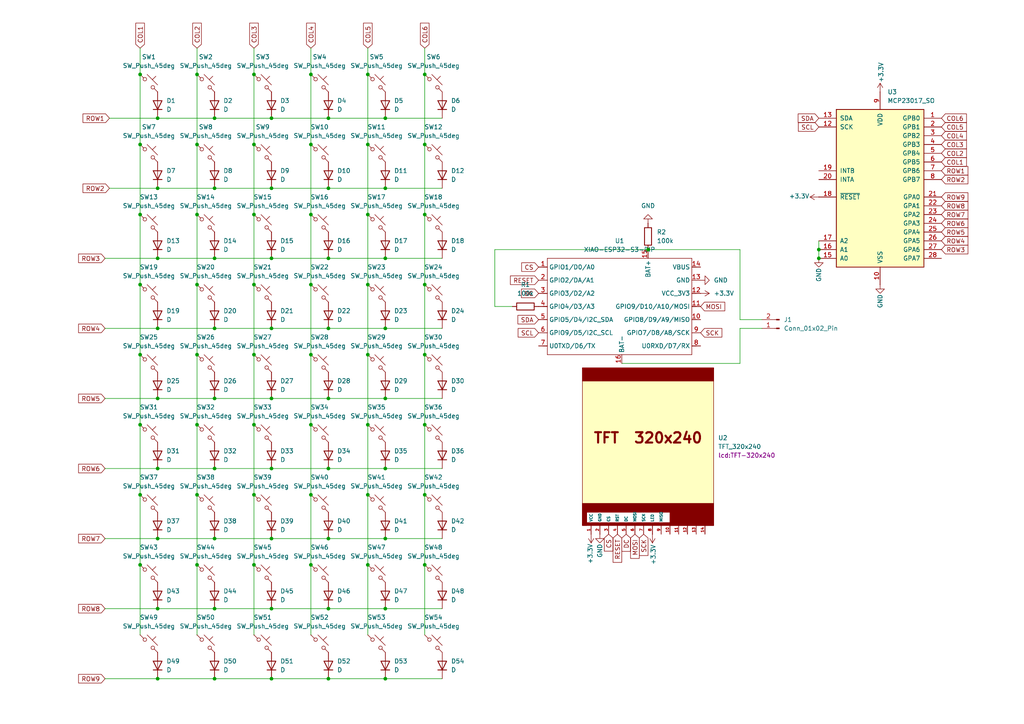
<source format=kicad_sch>
(kicad_sch (version 20241004) (generator "eeschema") (generator_version "8.99")
  (paper "A4")
  (lib_symbols
    (symbol "Connector:Conn_01x02_Pin" (pin_names (offset 1.016) (hide yes))
      (property "Reference" "J" (at 0 2.54 0))
      (property "Value" "Conn_01x02_Pin" (at 0 -5.08 0))
      (symbol "Conn_01x02_Pin_1_1"
        (pin passive line (at 5.08 0 180) (length 3.81) (name "Pin_1") (number "1"))
        (pin passive line (at 5.08 -2.54 180) (length 3.81) (name "Pin_2") (number "2"))
      )
    )
    (symbol "Device:D" (pin_numbers (hide yes)) (pin_names (offset 1.016) (hide yes))
      (property "Reference" "D" (at 0 2.54 0))
      (property "Value" "D" (at 0 -2.54 0))
      (symbol "D_1_1"
        (pin passive line (at -3.81 0 0) (length 2.54) (name "K") (number "1"))
        (pin passive line (at 3.81 0 180) (length 2.54) (name "A") (number "2"))
      )
    )
    (symbol "Device:R" (pin_numbers (hide yes)) (pin_names (offset 0))
      (property "Reference" "R" (at 2.032 0 90))
      (property "Value" "R" (at 0 0 90))
      (symbol "R_1_1"
        (pin passive line (at 0 3.81 270) (length 1.27) (name "~") (number "1"))
        (pin passive line (at 0 -3.81 90) (length 1.27) (name "~") (number "2"))
      )
    )
    (symbol "Interface_Expansion:MCP23017_SO" (pin_names (offset 1.016))
      (property "Reference" "U" (at -11.43 24.13 0))
      (property "Value" "MCP23017_SO" (at 0 0 0))
      (symbol "MCP23017_SO_1_1"
        (pin bidirectional line (at -17.78 20.32 0) (length 5.08) (name "SDA") (number "13"))
        (pin input line (at -17.78 17.78 0) (length 5.08) (name "SCK") (number "12"))
        (pin tri_state line (at -17.78 5.08 0) (length 5.08) (name "INTB") (number "19"))
        (pin tri_state line (at -17.78 2.54 0) (length 5.08) (name "INTA") (number "20"))
        (pin input line (at -17.78 -2.54 0) (length 5.08) (name "~{RESET}") (number "18"))
        (pin input line (at -17.78 -15.24 0) (length 5.08) (name "A2") (number "17"))
        (pin input line (at -17.78 -17.78 0) (length 5.08) (name "A1") (number "16"))
        (pin input line (at -17.78 -20.32 0) (length 5.08) (name "A0") (number "15"))
        (pin no_connect line (at -12.7 15.24 0) (length 5.08) (hide yes) (name "NC") (number "11"))
        (pin no_connect line (at -12.7 12.7 0) (length 5.08) (hide yes) (name "NC") (number "14"))
        (pin power_in line (at 0 27.94 270) (length 5.08) (name "VDD") (number "9"))
        (pin power_in line (at 0 -27.94 90) (length 5.08) (name "VSS") (number "10"))
        (pin bidirectional line (at 17.78 20.32 180) (length 5.08) (name "GPB0") (number "1"))
        (pin bidirectional line (at 17.78 17.78 180) (length 5.08) (name "GPB1") (number "2"))
        (pin bidirectional line (at 17.78 15.24 180) (length 5.08) (name "GPB2") (number "3"))
        (pin bidirectional line (at 17.78 12.7 180) (length 5.08) (name "GPB3") (number "4"))
        (pin bidirectional line (at 17.78 10.16 180) (length 5.08) (name "GPB4") (number "5"))
        (pin bidirectional line (at 17.78 7.62 180) (length 5.08) (name "GPB5") (number "6"))
        (pin bidirectional line (at 17.78 5.08 180) (length 5.08) (name "GPB6") (number "7"))
        (pin bidirectional line (at 17.78 2.54 180) (length 5.08) (name "GPB7") (number "8"))
        (pin bidirectional line (at 17.78 -2.54 180) (length 5.08) (name "GPA0") (number "21"))
        (pin bidirectional line (at 17.78 -5.08 180) (length 5.08) (name "GPA1") (number "22"))
        (pin bidirectional line (at 17.78 -7.62 180) (length 5.08) (name "GPA2") (number "23"))
        (pin bidirectional line (at 17.78 -10.16 180) (length 5.08) (name "GPA3") (number "24"))
        (pin bidirectional line (at 17.78 -12.7 180) (length 5.08) (name "GPA4") (number "25"))
        (pin bidirectional line (at 17.78 -15.24 180) (length 5.08) (name "GPA5") (number "26"))
        (pin bidirectional line (at 17.78 -17.78 180) (length 5.08) (name "GPA6") (number "27"))
        (pin bidirectional line (at 17.78 -20.32 180) (length 5.08) (name "GPA7") (number "28"))
      )
    )
    (symbol "Seeed_Studio_XIAO_Series (2):XIAO-ESP32-S3-DIP"
      (property "Reference" "U" (at 1.27 0.508 0))
      (property "Value" "XIAO-ESP32-S3-DIP" (at 9.652 -1.778 0))
      (symbol "XIAO-ESP32-S3-DIP_1_0"
        (pin passive line (at -2.54 -5.08 0) (length 2.54) (name "GPIO1/D0/A0") (number "1"))
        (pin passive line (at -2.54 -8.89 0) (length 2.54) (name "GPIO2/DA/A1") (number "2"))
        (pin passive line (at -2.54 -12.7 0) (length 2.54) (name "GPIO3/D2/A2") (number "3"))
        (pin passive line (at -2.54 -16.51 0) (length 2.54) (name "GPIO4/D3/A3") (number "4"))
        (pin passive line (at -2.54 -20.32 0) (length 2.54) (name "GPIO5/D4/I2C_SDA") (number "5"))
        (pin passive line (at -2.54 -24.13 0) (length 2.54) (name "GPIO9/D5/I2C_SCL") (number "6"))
        (pin passive line (at -2.54 -27.94 0) (length 2.54) (name "U0TXD/D6/TX") (number "7"))
        (pin passive line (at 44.45 -5.08 180) (length 2.54) (name "VBUS") (number "14"))
        (pin passive line (at 44.45 -8.89 180) (length 2.54) (name "GND") (number "13"))
        (pin passive line (at 44.45 -12.7 180) (length 2.54) (name "VCC_3V3") (number "12"))
        (pin passive line (at 44.45 -16.51 180) (length 2.54) (name "GPIO9/D10/A10/MOSI") (number "11"))
        (pin passive line (at 44.45 -20.32 180) (length 2.54) (name "GPIO8/D9/A9/MISO") (number "10"))
        (pin passive line (at 44.45 -24.13 180) (length 2.54) (name "GPIO7/D8/A8/SCK") (number "9"))
        (pin passive line (at 44.45 -27.94 180) (length 2.54) (name "U0RXD/D7/RX") (number "8"))
      )
      (symbol "XIAO-ESP32-S3-DIP_1_1"
        (pin input line (at 21.59 -33.02 90) (length 2.54) (name "BAT-") (number "16"))
        (pin input line (at 29.21 0 270) (length 2.54) (name "BAT+") (number "15"))
      )
    )
    (symbol "Switch:SW_Push_45deg" (pin_numbers (hide yes)) (pin_names (offset 1.016) (hide yes))
      (property "Reference" "SW" (at 3.048 1.016 0))
      (property "Value" "SW_Push_45deg" (at 0 -3.81 0))
      (symbol "SW_Push_45deg_0_1"
        (pin passive line (at -2.54 2.54 0) (length 0) (name "1") (number "1"))
        (pin passive line (at 2.54 -2.54 180) (length 0) (name "2") (number "2"))
      )
    )
    (symbol "power:+3.3V" (power) (pin_numbers (hide yes)) (pin_names (offset 0) (hide yes))
      (property "Value" "+3.3V" (at 0 3.556 0))
      (symbol "+3.3V_1_1"
        (pin power_in line (at 0 0 90) (length 0) (name "~") (number "1"))
      )
    )
    (symbol "power:GND" (power) (pin_numbers (hide yes)) (pin_names (offset 0) (hide yes))
      (property "Value" "GND" (at 0 -3.81 0))
      (symbol "GND_1_1"
        (pin power_in line (at 0 0 270) (length 0) (name "~") (number "1"))
      )
    )
    (symbol "tft_320x240:TFT_320x240" (pin_names (offset 1.016))
      (property "Reference" "U?" (at 20.32 25.4001 0))
      (property "Value" "TFT_320x240" (at 20.32 22.8601 0))
      (property "Footprint" "z_Devices:TFT-320x240" (at 20.32 20.3201 0))
      (symbol "TFT_320x240_0_0"
        (text "TFT  320x240" (at 0 25.4 0) (effects (font (size 2.9972 2.9972) (bold yes))))
      )
      (symbol "TFT_320x240_1_1"
        (pin power_in line (at -16.51 -2.54 90) (length 2.54) (name "VCC") (number "1"))
        (pin bidirectional line (at -13.97 -2.54 90) (length 2.54) (name "GND") (number "2"))
        (pin bidirectional line (at -11.43 -2.54 90) (length 2.54) (name "CS") (number "3"))
        (pin bidirectional line (at -8.89 -2.54 90) (length 2.54) (name "RST") (number "4"))
        (pin bidirectional line (at -6.35 -2.54 90) (length 2.54) (name "DC") (number "5"))
        (pin bidirectional line (at -3.81 -2.54 90) (length 2.54) (name "MOSI") (number "6"))
        (pin bidirectional line (at -1.27 -2.54 90) (length 2.54) (name "SCK") (number "7"))
        (pin power_in line (at 1.27 -2.54 90) (length 2.54) (name "LED") (number "8"))
        (pin bidirectional line (at 3.81 -2.54 90) (length 2.54) (name "MISO") (number "9"))
        (pin bidirectional line (at 6.35 -2.54 90) (length 2.54) (name "~") (number "10"))
        (pin bidirectional line (at 8.89 -2.54 90) (length 2.54) (name "~") (number "11"))
        (pin bidirectional line (at 11.43 -2.54 90) (length 2.54) (name "~") (number "12"))
        (pin bidirectional line (at 13.97 -2.54 90) (length 2.54) (name "~") (number "13"))
        (pin bidirectional line (at 16.51 -2.54 90) (length 2.54) (name "~") (number "14"))
      )
    )
  )
  (junction (at 90.17 82.55))
  (junction (at 106.68 123.19))
  (junction (at 45.72 156.21))
  (junction (at 62.23 74.93))
  (junction (at 106.68 143.51))
  (junction (at 62.23 176.53))
  (junction (at 237.49 74.93))
  (junction (at 95.25 176.53))
  (junction (at 78.74 95.25))
  (junction (at 62.23 196.85))
  (junction (at 57.15 21.59))
  (junction (at 95.25 156.21))
  (junction (at 111.76 156.21))
  (junction (at 123.19 82.55))
  (junction (at 45.72 196.85))
  (junction (at 78.74 135.89))
  (junction (at 73.66 62.23))
  (junction (at 78.74 115.57))
  (junction (at 45.72 54.61))
  (junction (at 57.15 41.91))
  (junction (at 62.23 156.21))
  (junction (at 111.76 176.53))
  (junction (at 62.23 135.89))
  (junction (at 95.25 54.61))
  (junction (at 45.72 95.25))
  (junction (at 45.72 135.89))
  (junction (at 45.72 34.29))
  (junction (at 111.76 95.25))
  (junction (at 95.25 95.25))
  (junction (at 40.64 62.23))
  (junction (at 90.17 62.23))
  (junction (at 111.76 115.57))
  (junction (at 78.74 176.53))
  (junction (at 57.15 163.83))
  (junction (at 90.17 21.59))
  (junction (at 106.68 163.83))
  (junction (at 45.72 176.53))
  (junction (at 73.66 163.83))
  (junction (at 106.68 102.87))
  (junction (at 40.64 102.87))
  (junction (at 95.25 74.93))
  (junction (at 123.19 102.87))
  (junction (at 62.23 34.29))
  (junction (at 78.74 54.61))
  (junction (at 78.74 34.29))
  (junction (at 111.76 34.29))
  (junction (at 106.68 21.59))
  (junction (at 45.72 115.57))
  (junction (at 78.74 196.85))
  (junction (at 95.25 115.57))
  (junction (at 57.15 62.23))
  (junction (at 90.17 143.51))
  (junction (at 90.17 102.87))
  (junction (at 106.68 82.55))
  (junction (at 57.15 82.55))
  (junction (at 106.68 62.23))
  (junction (at 73.66 143.51))
  (junction (at 123.19 163.83))
  (junction (at 123.19 62.23))
  (junction (at 123.19 123.19))
  (junction (at 40.64 41.91))
  (junction (at 40.64 21.59))
  (junction (at 62.23 95.25))
  (junction (at 62.23 54.61))
  (junction (at 45.72 74.93))
  (junction (at 40.64 82.55))
  (junction (at 73.66 102.87))
  (junction (at 40.64 163.83))
  (junction (at 106.68 41.91))
  (junction (at 73.66 21.59))
  (junction (at 73.66 41.91))
  (junction (at 123.19 143.51))
  (junction (at 90.17 123.19))
  (junction (at 90.17 41.91))
  (junction (at 57.15 143.51))
  (junction (at 95.25 135.89))
  (junction (at 123.19 21.59))
  (junction (at 187.96 72.39))
  (junction (at 95.25 196.85))
  (junction (at 73.66 123.19))
  (junction (at 40.64 143.51))
  (junction (at 57.15 102.87))
  (junction (at 78.74 156.21))
  (junction (at 57.15 123.19))
  (junction (at 73.66 82.55))
  (junction (at 111.76 54.61))
  (junction (at 40.64 123.19))
  (junction (at 123.19 41.91))
  (junction (at 95.25 34.29))
  (junction (at 78.74 74.93))
  (junction (at 111.76 196.85))
  (junction (at 237.49 72.39))
  (junction (at 111.76 135.89))
  (junction (at 62.23 115.57))
  (junction (at 111.76 74.93))
  (junction (at 90.17 163.83))
  (wire (pts (xy 123.19 41.91) (xy 123.19 62.23)))
  (wire (pts (xy 237.49 72.39) (xy 237.49 74.93)))
  (wire (pts (xy 78.74 176.53) (xy 95.25 176.53)))
  (wire (pts (xy 30.48 74.93) (xy 45.72 74.93)))
  (wire (pts (xy 106.68 41.91) (xy 106.68 62.23)))
  (wire (pts (xy 106.68 21.59) (xy 106.68 41.91)))
  (wire (pts (xy 111.76 196.85) (xy 128.27 196.85)))
  (wire (pts (xy 73.66 21.59) (xy 73.66 41.91)))
  (wire (pts (xy 123.19 21.59) (xy 123.19 41.91)))
  (wire (pts (xy 62.23 135.89) (xy 78.74 135.89)))
  (wire (pts (xy 40.64 82.55) (xy 40.64 102.87)))
  (wire (pts (xy 73.66 62.23) (xy 73.66 82.55)))
  (wire (pts (xy 78.74 95.25) (xy 95.25 95.25)))
  (wire (pts (xy 40.64 102.87) (xy 40.64 123.19)))
  (wire (pts (xy 214.63 92.71) (xy 214.63 72.39)))
  (wire (pts (xy 73.66 82.55) (xy 73.66 102.87)))
  (wire (pts (xy 45.72 196.85) (xy 62.23 196.85)))
  (wire (pts (xy 62.23 95.25) (xy 78.74 95.25)))
  (wire (pts (xy 31.75 54.61) (xy 45.72 54.61)))
  (wire (pts (xy 90.17 13.97) (xy 90.17 21.59)))
  (wire (pts (xy 111.76 74.93) (xy 128.27 74.93)))
  (wire (pts (xy 73.66 163.83) (xy 73.66 184.15)))
  (wire (pts (xy 62.23 34.29) (xy 78.74 34.29)))
  (wire (pts (xy 30.48 115.57) (xy 45.72 115.57)))
  (wire (pts (xy 220.98 92.71) (xy 214.63 92.71)))
  (wire (pts (xy 111.76 54.61) (xy 128.27 54.61)))
  (wire (pts (xy 106.68 163.83) (xy 106.68 184.15)))
  (wire (pts (xy 111.76 95.25) (xy 128.27 95.25)))
  (wire (pts (xy 90.17 62.23) (xy 90.17 41.91)))
  (wire (pts (xy 123.19 163.83) (xy 123.19 184.15)))
  (wire (pts (xy 45.72 176.53) (xy 62.23 176.53)))
  (wire (pts (xy 90.17 102.87) (xy 90.17 82.55)))
  (wire (pts (xy 62.23 156.21) (xy 78.74 156.21)))
  (wire (pts (xy 30.48 156.21) (xy 45.72 156.21)))
  (wire (pts (xy 57.15 62.23) (xy 57.15 82.55)))
  (wire (pts (xy 148.59 88.9) (xy 143.51 88.9)))
  (wire (pts (xy 57.15 123.19) (xy 57.15 143.51)))
  (wire (pts (xy 95.25 115.57) (xy 111.76 115.57)))
  (wire (pts (xy 78.74 156.21) (xy 95.25 156.21)))
  (wire (pts (xy 78.74 196.85) (xy 95.25 196.85)))
  (wire (pts (xy 57.15 21.59) (xy 57.15 41.91)))
  (wire (pts (xy 78.74 115.57) (xy 95.25 115.57)))
  (wire (pts (xy 45.72 34.29) (xy 62.23 34.29)))
  (wire (pts (xy 40.64 143.51) (xy 40.64 163.83)))
  (wire (pts (xy 78.74 74.93) (xy 95.25 74.93)))
  (wire (pts (xy 95.25 95.25) (xy 111.76 95.25)))
  (wire (pts (xy 45.72 54.61) (xy 62.23 54.61)))
  (wire (pts (xy 40.64 21.59) (xy 40.64 13.97)))
  (wire (pts (xy 90.17 184.15) (xy 90.17 163.83)))
  (wire (pts (xy 73.66 41.91) (xy 73.66 62.23)))
  (wire (pts (xy 30.48 176.53) (xy 45.72 176.53)))
  (wire (pts (xy 106.68 123.19) (xy 106.68 143.51)))
  (wire (pts (xy 111.76 34.29) (xy 128.27 34.29)))
  (wire (pts (xy 45.72 95.25) (xy 62.23 95.25)))
  (wire (pts (xy 123.19 13.97) (xy 123.19 21.59)))
  (wire (pts (xy 214.63 95.25) (xy 220.98 95.25)))
  (wire (pts (xy 78.74 135.89) (xy 95.25 135.89)))
  (wire (pts (xy 143.51 88.9) (xy 143.51 72.39)))
  (wire (pts (xy 90.17 163.83) (xy 90.17 143.51)))
  (wire (pts (xy 214.63 105.41) (xy 214.63 95.25)))
  (wire (pts (xy 62.23 54.61) (xy 78.74 54.61)))
  (wire (pts (xy 90.17 41.91) (xy 90.17 21.59)))
  (wire (pts (xy 40.64 62.23) (xy 40.64 82.55)))
  (wire (pts (xy 95.25 54.61) (xy 111.76 54.61)))
  (wire (pts (xy 123.19 123.19) (xy 123.19 143.51)))
  (wire (pts (xy 45.72 156.21) (xy 62.23 156.21)))
  (wire (pts (xy 45.72 115.57) (xy 62.23 115.57)))
  (wire (pts (xy 95.25 135.89) (xy 111.76 135.89)))
  (wire (pts (xy 95.25 176.53) (xy 111.76 176.53)))
  (wire (pts (xy 111.76 115.57) (xy 128.27 115.57)))
  (wire (pts (xy 106.68 13.97) (xy 106.68 21.59)))
  (wire (pts (xy 45.72 74.93) (xy 62.23 74.93)))
  (wire (pts (xy 73.66 13.97) (xy 73.66 21.59)))
  (wire (pts (xy 123.19 102.87) (xy 123.19 123.19)))
  (wire (pts (xy 57.15 41.91) (xy 57.15 62.23)))
  (wire (pts (xy 180.34 105.41) (xy 214.63 105.41)))
  (wire (pts (xy 40.64 21.59) (xy 40.64 41.91)))
  (wire (pts (xy 123.19 82.55) (xy 123.19 102.87)))
  (wire (pts (xy 90.17 123.19) (xy 90.17 102.87)))
  (wire (pts (xy 78.74 34.29) (xy 95.25 34.29)))
  (wire (pts (xy 106.68 62.23) (xy 106.68 82.55)))
  (wire (pts (xy 40.64 41.91) (xy 40.64 62.23)))
  (wire (pts (xy 123.19 62.23) (xy 123.19 82.55)))
  (wire (pts (xy 57.15 21.59) (xy 57.15 13.97)))
  (wire (pts (xy 95.25 74.93) (xy 111.76 74.93)))
  (wire (pts (xy 90.17 82.55) (xy 90.17 62.23)))
  (wire (pts (xy 40.64 163.83) (xy 40.64 184.15)))
  (wire (pts (xy 111.76 156.21) (xy 128.27 156.21)))
  (wire (pts (xy 90.17 143.51) (xy 90.17 123.19)))
  (wire (pts (xy 30.48 95.25) (xy 45.72 95.25)))
  (wire (pts (xy 31.75 34.29) (xy 45.72 34.29)))
  (wire (pts (xy 214.63 72.39) (xy 187.96 72.39)))
  (wire (pts (xy 57.15 102.87) (xy 57.15 123.19)))
  (wire (pts (xy 57.15 143.51) (xy 57.15 163.83)))
  (wire (pts (xy 62.23 196.85) (xy 78.74 196.85)))
  (wire (pts (xy 95.25 34.29) (xy 111.76 34.29)))
  (wire (pts (xy 30.48 135.89) (xy 45.72 135.89)))
  (wire (pts (xy 62.23 74.93) (xy 78.74 74.93)))
  (wire (pts (xy 62.23 176.53) (xy 78.74 176.53)))
  (wire (pts (xy 143.51 72.39) (xy 187.96 72.39)))
  (wire (pts (xy 237.49 69.85) (xy 237.49 72.39)))
  (wire (pts (xy 106.68 102.87) (xy 106.68 123.19)))
  (wire (pts (xy 95.25 156.21) (xy 111.76 156.21)))
  (wire (pts (xy 62.23 115.57) (xy 78.74 115.57)))
  (wire (pts (xy 111.76 176.53) (xy 128.27 176.53)))
  (wire (pts (xy 106.68 82.55) (xy 106.68 102.87)))
  (wire (pts (xy 111.76 135.89) (xy 128.27 135.89)))
  (wire (pts (xy 30.48 196.85) (xy 45.72 196.85)))
  (wire (pts (xy 73.66 123.19) (xy 73.66 143.51)))
  (wire (pts (xy 73.66 102.87) (xy 73.66 123.19)))
  (wire (pts (xy 57.15 82.55) (xy 57.15 102.87)))
  (wire (pts (xy 78.74 54.61) (xy 95.25 54.61)))
  (wire (pts (xy 40.64 123.19) (xy 40.64 143.51)))
  (wire (pts (xy 95.25 196.85) (xy 111.76 196.85)))
  (wire (pts (xy 45.72 135.89) (xy 62.23 135.89)))
  (wire (pts (xy 73.66 143.51) (xy 73.66 163.83)))
  (wire (pts (xy 57.15 163.83) (xy 57.15 184.15)))
  (wire (pts (xy 123.19 143.51) (xy 123.19 163.83)))
  (wire (pts (xy 106.68 143.51) (xy 106.68 163.83)))
  (global_label "COL5" (shape input) (at 273.05 36.83 0) (property "Intersheetrefs" "${INTERSHEET_REFS}" (effects (hide yes))))
  (global_label "MOSI" (shape input) (at 203.2 88.9 0) (property "Intersheetrefs" "${INTERSHEET_REFS}" (effects (hide yes))))
  (global_label "ROW8" (shape input) (at 273.05 59.69 0) (property "Intersheetrefs" "${INTERSHEET_REFS}" (effects (hide yes))))
  (global_label "COL2" (shape input) (at 273.05 44.45 0) (property "Intersheetrefs" "${INTERSHEET_REFS}" (effects (hide yes))))
  (global_label "ROW5" (shape input) (at 30.48 115.57 180) (property "Intersheetrefs" "${INTERSHEET_REFS}" (effects (hide yes))))
  (global_label "SCK" (shape input) (at 186.69 154.94 270) (property "Intersheetrefs" "${INTERSHEET_REFS}" (effects (hide yes))))
  (global_label "CS" (shape input) (at 176.53 154.94 270) (property "Intersheetrefs" "${INTERSHEET_REFS}" (effects (hide yes))))
  (global_label "ROW5" (shape input) (at 273.05 67.31 0) (property "Intersheetrefs" "${INTERSHEET_REFS}" (effects (hide yes))))
  (global_label "COL1" (shape input) (at 40.64 13.97 90) (property "Intersheetrefs" "${INTERSHEET_REFS}" (effects (hide yes))))
  (global_label "DC" (shape input) (at 156.21 85.09 180) (property "Intersheetrefs" "${INTERSHEET_REFS}" (effects (hide yes))))
  (global_label "ROW1" (shape input) (at 31.75 34.29 180) (property "Intersheetrefs" "${INTERSHEET_REFS}" (effects (hide yes))))
  (global_label "SCK" (shape input) (at 203.2 96.52 0) (property "Intersheetrefs" "${INTERSHEET_REFS}" (effects (hide yes))))
  (global_label "SCL" (shape input) (at 237.49 36.83 180) (property "Intersheetrefs" "${INTERSHEET_REFS}" (effects (hide yes))))
  (global_label "ROW2" (shape input) (at 273.05 52.07 0) (property "Intersheetrefs" "${INTERSHEET_REFS}" (effects (hide yes))))
  (global_label "ROW3" (shape input) (at 273.05 72.39 0) (property "Intersheetrefs" "${INTERSHEET_REFS}" (effects (hide yes))))
  (global_label "ROW3" (shape input) (at 30.48 74.93 180) (property "Intersheetrefs" "${INTERSHEET_REFS}" (effects (hide yes))))
  (global_label "ROW6" (shape input) (at 273.05 64.77 0) (property "Intersheetrefs" "${INTERSHEET_REFS}" (effects (hide yes))))
  (global_label "ROW4" (shape input) (at 273.05 69.85 0) (property "Intersheetrefs" "${INTERSHEET_REFS}" (effects (hide yes))))
  (global_label "COL3" (shape input) (at 73.66 13.97 90) (property "Intersheetrefs" "${INTERSHEET_REFS}" (effects (hide yes))))
  (global_label "COL1" (shape input) (at 273.05 46.99 0) (property "Intersheetrefs" "${INTERSHEET_REFS}" (effects (hide yes))))
  (global_label "SDA" (shape input) (at 237.49 34.29 180) (property "Intersheetrefs" "${INTERSHEET_REFS}" (effects (hide yes))))
  (global_label "ROW4" (shape input) (at 30.48 95.25 180) (property "Intersheetrefs" "${INTERSHEET_REFS}" (effects (hide yes))))
  (global_label "ROW7" (shape input) (at 273.05 62.23 0) (property "Intersheetrefs" "${INTERSHEET_REFS}" (effects (hide yes))))
  (global_label "COL2" (shape input) (at 57.15 13.97 90) (property "Intersheetrefs" "${INTERSHEET_REFS}" (effects (hide yes))))
  (global_label "COL4" (shape input) (at 90.17 13.97 90) (property "Intersheetrefs" "${INTERSHEET_REFS}" (effects (hide yes))))
  (global_label "COL5" (shape input) (at 106.68 13.97 90) (property "Intersheetrefs" "${INTERSHEET_REFS}" (effects (hide yes))))
  (global_label "RESET" (shape input) (at 156.21 81.28 180) (property "Intersheetrefs" "${INTERSHEET_REFS}" (effects (hide yes))))
  (global_label "CS" (shape input) (at 156.21 77.47 180) (property "Intersheetrefs" "${INTERSHEET_REFS}" (effects (hide yes))))
  (global_label "COL4" (shape input) (at 273.05 39.37 0) (property "Intersheetrefs" "${INTERSHEET_REFS}" (effects (hide yes))))
  (global_label "DC" (shape input) (at 181.61 154.94 270) (property "Intersheetrefs" "${INTERSHEET_REFS}" (effects (hide yes))))
  (global_label "SCL" (shape input) (at 156.21 96.52 180) (property "Intersheetrefs" "${INTERSHEET_REFS}" (effects (hide yes))))
  (global_label "ROW1" (shape input) (at 273.05 49.53 0) (property "Intersheetrefs" "${INTERSHEET_REFS}" (effects (hide yes))))
  (global_label "ROW2" (shape input) (at 31.75 54.61 180) (property "Intersheetrefs" "${INTERSHEET_REFS}" (effects (hide yes))))
  (global_label "SDA" (shape input) (at 156.21 92.71 180) (property "Intersheetrefs" "${INTERSHEET_REFS}" (effects (hide yes))))
  (global_label "ROW8" (shape input) (at 30.48 176.53 180) (property "Intersheetrefs" "${INTERSHEET_REFS}" (effects (hide yes))))
  (global_label "ROW6" (shape input) (at 30.48 135.89 180) (property "Intersheetrefs" "${INTERSHEET_REFS}" (effects (hide yes))))
  (global_label "ROW7" (shape input) (at 30.48 156.21 180) (property "Intersheetrefs" "${INTERSHEET_REFS}" (effects (hide yes))))
  (global_label "MOSI" (shape input) (at 184.15 154.94 270) (property "Intersheetrefs" "${INTERSHEET_REFS}" (effects (hide yes))))
  (global_label "ROW9" (shape input) (at 273.05 57.15 0) (property "Intersheetrefs" "${INTERSHEET_REFS}" (effects (hide yes))))
  (global_label "RESET" (shape input) (at 179.07 154.94 270) (property "Intersheetrefs" "${INTERSHEET_REFS}" (effects (hide yes))))
  (global_label "ROW9" (shape input) (at 30.48 196.85 180) (property "Intersheetrefs" "${INTERSHEET_REFS}" (effects (hide yes))))
  (global_label "COL6" (shape input) (at 273.05 34.29 0) (property "Intersheetrefs" "${INTERSHEET_REFS}" (effects (hide yes))))
  (global_label "COL6" (shape input) (at 123.19 13.97 90) (property "Intersheetrefs" "${INTERSHEET_REFS}" (effects (hide yes))))
  (global_label "COL3" (shape input) (at 273.05 41.91 0) (property "Intersheetrefs" "${INTERSHEET_REFS}" (effects (hide yes))))
  (symbol (lib_id "Device:D") (at 62.23 91.44 90) (unit 1)
    (property "Reference" "D20" (at 64.77 90.1699 90) (effects (justify right)))
    (property "Value" "D" (at 64.77 92.7099 90) (effects (justify right)))
    (property "Footprint" "Diode_SMD:D_SOD-123" (effects (hide yes)))
    (property "Description" "Diode" (effects (hide yes)))
    (property "Sim.Device" "D" (effects (hide yes)))
    (property "Sim.Pins" "1=K 2=A" (effects (hide yes)))
  )
  (symbol (lib_id "Device:D") (at 95.25 132.08 90) (unit 1)
    (property "Reference" "D34" (at 97.79 130.8099 90) (effects (justify right)))
    (property "Value" "D" (at 97.79 133.3499 90) (effects (justify right)))
    (property "Footprint" "Diode_SMD:D_SOD-123" (effects (hide yes)))
    (property "Description" "Diode" (effects (hide yes)))
    (property "Sim.Device" "D" (effects (hide yes)))
    (property "Sim.Pins" "1=K 2=A" (effects (hide yes)))
  )
  (symbol (lib_id "Device:D") (at 78.74 71.12 90) (unit 1)
    (property "Reference" "D15" (at 81.28 69.8499 90) (effects (justify right)))
    (property "Value" "D" (at 81.28 72.3899 90) (effects (justify right)))
    (property "Footprint" "Diode_SMD:D_SOD-123" (effects (hide yes)))
    (property "Description" "Diode" (effects (hide yes)))
    (property "Sim.Device" "D" (effects (hide yes)))
    (property "Sim.Pins" "1=K 2=A" (effects (hide yes)))
  )
  (symbol (lib_id "Device:D") (at 95.25 172.72 90) (unit 1)
    (property "Reference" "D46" (at 97.79 171.4499 90) (effects (justify right)))
    (property "Value" "D" (at 97.79 173.9899 90) (effects (justify right)))
    (property "Footprint" "Diode_SMD:D_SOD-123" (effects (hide yes)))
    (property "Description" "Diode" (effects (hide yes)))
    (property "Sim.Device" "D" (effects (hide yes)))
    (property "Sim.Pins" "1=K 2=A" (effects (hide yes)))
  )
  (symbol (lib_id "Switch:SW_Push_45deg") (at 92.71 64.77 0) (unit 1)
    (property "Reference" "SW16" (at 92.71 57.15 0))
    (property "Value" "SW_Push_45deg" (at 92.71 59.69 0))
    (property "Footprint" "switchs:2pinsilent" (effects (hide yes)))
    (property "Description" "Push button switch, normally open, two pins, 45° tilted" (effects (hide yes)))
  )
  (symbol (lib_id "power:+3.3V") (at 255.27 26.67 0) (unit 1)
    (property "Reference" "#PWR06" (effects (hide yes)))
    (property "Value" "+3.3V" (at 255.524 18.034 90) (effects (justify right)))
    (property "Description" "Power symbol creates a global label with name \"+3.3V\"" (effects (hide yes)))
  )
  (symbol (lib_id "Device:D") (at 111.76 111.76 90) (unit 1)
    (property "Reference" "D29" (at 114.3 110.4899 90) (effects (justify right)))
    (property "Value" "D" (at 114.3 113.0299 90) (effects (justify right)))
    (property "Footprint" "Diode_SMD:D_SOD-123" (effects (hide yes)))
    (property "Description" "Diode" (effects (hide yes)))
    (property "Sim.Device" "D" (effects (hide yes)))
    (property "Sim.Pins" "1=K 2=A" (effects (hide yes)))
  )
  (symbol (lib_id "Switch:SW_Push_45deg") (at 43.18 146.05 0) (unit 1)
    (property "Reference" "SW37" (at 43.18 138.43 0))
    (property "Value" "SW_Push_45deg" (at 43.18 140.97 0))
    (property "Footprint" "switchs:2pinsilent" (effects (hide yes)))
    (property "Description" "Push button switch, normally open, two pins, 45° tilted" (effects (hide yes)))
  )
  (symbol (lib_id "Device:D") (at 45.72 132.08 90) (unit 1)
    (property "Reference" "D31" (at 48.26 130.8099 90) (effects (justify right)))
    (property "Value" "D" (at 48.26 133.3499 90) (effects (justify right)))
    (property "Footprint" "Diode_SMD:D_SOD-123" (effects (hide yes)))
    (property "Description" "Diode" (effects (hide yes)))
    (property "Sim.Device" "D" (effects (hide yes)))
    (property "Sim.Pins" "1=K 2=A" (effects (hide yes)))
  )
  (symbol (lib_id "Device:D") (at 78.74 111.76 90) (unit 1)
    (property "Reference" "D27" (at 81.28 110.4899 90) (effects (justify right)))
    (property "Value" "D" (at 81.28 113.0299 90) (effects (justify right)))
    (property "Footprint" "Diode_SMD:D_SOD-123" (effects (hide yes)))
    (property "Description" "Diode" (effects (hide yes)))
    (property "Sim.Device" "D" (effects (hide yes)))
    (property "Sim.Pins" "1=K 2=A" (effects (hide yes)))
  )
  (symbol (lib_id "Device:D") (at 95.25 91.44 90) (unit 1)
    (property "Reference" "D22" (at 97.79 90.1699 90) (effects (justify right)))
    (property "Value" "D" (at 97.79 92.7099 90) (effects (justify right)))
    (property "Footprint" "Diode_SMD:D_SOD-123" (effects (hide yes)))
    (property "Description" "Diode" (effects (hide yes)))
    (property "Sim.Device" "D" (effects (hide yes)))
    (property "Sim.Pins" "1=K 2=A" (effects (hide yes)))
  )
  (symbol (lib_id "Switch:SW_Push_45deg") (at 76.2 186.69 0) (unit 1)
    (property "Reference" "SW51" (at 76.2 179.07 0))
    (property "Value" "SW_Push_45deg" (at 76.2 181.61 0))
    (property "Footprint" "switchs:2pinsilent" (effects (hide yes)))
    (property "Description" "Push button switch, normally open, two pins, 45° tilted" (effects (hide yes)))
  )
  (symbol (lib_id "Switch:SW_Push_45deg") (at 59.69 105.41 0) (unit 1)
    (property "Reference" "SW26" (at 59.69 97.79 0))
    (property "Value" "SW_Push_45deg" (at 59.69 100.33 0))
    (property "Footprint" "switchs:2pinsilent" (effects (hide yes)))
    (property "Description" "Push button switch, normally open, two pins, 45° tilted" (effects (hide yes)))
  )
  (symbol (lib_id "Switch:SW_Push_45deg") (at 125.73 125.73 0) (unit 1)
    (property "Reference" "SW36" (at 125.73 118.11 0))
    (property "Value" "SW_Push_45deg" (at 125.73 120.65 0))
    (property "Footprint" "switchs:2pinsilent" (effects (hide yes)))
    (property "Description" "Push button switch, normally open, two pins, 45° tilted" (effects (hide yes)))
  )
  (symbol (lib_id "Switch:SW_Push_45deg") (at 59.69 24.13 0) (unit 1)
    (property "Reference" "SW2" (at 59.69 16.51 0))
    (property "Value" "SW_Push_45deg" (at 59.69 19.05 0))
    (property "Footprint" "switchs:2pinsilent" (effects (hide yes)))
    (property "Description" "Push button switch, normally open, two pins, 45° tilted" (effects (hide yes)))
  )
  (symbol (lib_id "Device:D") (at 78.74 172.72 90) (unit 1)
    (property "Reference" "D45" (at 81.28 171.4499 90) (effects (justify right)))
    (property "Value" "D" (at 81.28 173.9899 90) (effects (justify right)))
    (property "Footprint" "Diode_SMD:D_SOD-123" (effects (hide yes)))
    (property "Description" "Diode" (effects (hide yes)))
    (property "Sim.Device" "D" (effects (hide yes)))
    (property "Sim.Pins" "1=K 2=A" (effects (hide yes)))
  )
  (symbol (lib_id "Device:D") (at 45.72 71.12 90) (unit 1)
    (property "Reference" "D13" (at 48.26 69.8499 90) (effects (justify right)))
    (property "Value" "D" (at 48.26 72.3899 90) (effects (justify right)))
    (property "Footprint" "Diode_SMD:D_SOD-123" (effects (hide yes)))
    (property "Description" "Diode" (effects (hide yes)))
    (property "Sim.Device" "D" (effects (hide yes)))
    (property "Sim.Pins" "1=K 2=A" (effects (hide yes)))
  )
  (symbol (lib_id "Switch:SW_Push_45deg") (at 76.2 105.41 0) (unit 1)
    (property "Reference" "SW27" (at 76.2 97.79 0))
    (property "Value" "SW_Push_45deg" (at 76.2 100.33 0))
    (property "Footprint" "switchs:2pinsilent" (effects (hide yes)))
    (property "Description" "Push button switch, normally open, two pins, 45° tilted" (effects (hide yes)))
  )
  (symbol (lib_id "Switch:SW_Push_45deg") (at 59.69 125.73 0) (unit 1)
    (property "Reference" "SW32" (at 59.69 118.11 0))
    (property "Value" "SW_Push_45deg" (at 59.69 120.65 0))
    (property "Footprint" "switchs:2pinsilent" (effects (hide yes)))
    (property "Description" "Push button switch, normally open, two pins, 45° tilted" (effects (hide yes)))
  )
  (symbol (lib_id "Switch:SW_Push_45deg") (at 109.22 125.73 0) (unit 1)
    (property "Reference" "SW35" (at 109.22 118.11 0))
    (property "Value" "SW_Push_45deg" (at 109.22 120.65 0))
    (property "Footprint" "switchs:2pinsilent" (effects (hide yes)))
    (property "Description" "Push button switch, normally open, two pins, 45° tilted" (effects (hide yes)))
  )
  (symbol (lib_id "power:GND") (at 237.49 74.93 0) (unit 1)
    (property "Reference" "#PWR08" (effects (hide yes)))
    (property "Value" "GND" (at 237.49 81.788 90) (effects (justify left)))
    (property "Description" "Power symbol creates a global label with name \"GND\" , ground" (effects (hide yes)))
  )
  (symbol (lib_id "Device:D") (at 111.76 91.44 90) (unit 1)
    (property "Reference" "D23" (at 114.3 90.1699 90) (effects (justify right)))
    (property "Value" "D" (at 114.3 92.7099 90) (effects (justify right)))
    (property "Footprint" "Diode_SMD:D_SOD-123" (effects (hide yes)))
    (property "Description" "Diode" (effects (hide yes)))
    (property "Sim.Device" "D" (effects (hide yes)))
    (property "Sim.Pins" "1=K 2=A" (effects (hide yes)))
  )
  (symbol (lib_id "Switch:SW_Push_45deg") (at 76.2 44.45 0) (unit 1)
    (property "Reference" "SW9" (at 76.2 36.83 0))
    (property "Value" "SW_Push_45deg" (at 76.2 39.37 0))
    (property "Footprint" "switchs:2pinsilent" (effects (hide yes)))
    (property "Description" "Push button switch, normally open, two pins, 45° tilted" (effects (hide yes)))
  )
  (symbol (lib_id "Switch:SW_Push_45deg") (at 43.18 186.69 0) (unit 1)
    (property "Reference" "SW49" (at 43.18 179.07 0))
    (property "Value" "SW_Push_45deg" (at 43.18 181.61 0))
    (property "Footprint" "switchs:2pinsilent" (effects (hide yes)))
    (property "Description" "Push button switch, normally open, two pins, 45° tilted" (effects (hide yes)))
  )
  (symbol (lib_id "Switch:SW_Push_45deg") (at 109.22 85.09 0) (unit 1)
    (property "Reference" "SW23" (at 109.22 77.47 0))
    (property "Value" "SW_Push_45deg" (at 109.22 80.01 0))
    (property "Footprint" "switchs:2pinsilent" (effects (hide yes)))
    (property "Description" "Push button switch, normally open, two pins, 45° tilted" (effects (hide yes)))
  )
  (symbol (lib_id "Switch:SW_Push_45deg") (at 76.2 166.37 0) (unit 1)
    (property "Reference" "SW45" (at 76.2 158.75 0))
    (property "Value" "SW_Push_45deg" (at 76.2 161.29 0))
    (property "Footprint" "switchs:2pinsilent" (effects (hide yes)))
    (property "Description" "Push button switch, normally open, two pins, 45° tilted" (effects (hide yes)))
  )
  (symbol (lib_id "Switch:SW_Push_45deg") (at 125.73 24.13 0) (unit 1)
    (property "Reference" "SW6" (at 125.73 16.51 0))
    (property "Value" "SW_Push_45deg" (at 125.73 19.05 0))
    (property "Footprint" "switchs:2pinsilent" (effects (hide yes)))
    (property "Description" "Push button switch, normally open, two pins, 45° tilted" (effects (hide yes)))
  )
  (symbol (lib_id "Switch:SW_Push_45deg") (at 92.71 146.05 0) (unit 1)
    (property "Reference" "SW40" (at 92.71 138.43 0))
    (property "Value" "SW_Push_45deg" (at 92.71 140.97 0))
    (property "Footprint" "switchs:2pinsilent" (effects (hide yes)))
    (property "Description" "Push button switch, normally open, two pins, 45° tilted" (effects (hide yes)))
  )
  (symbol (lib_id "Device:R") (at 152.4 88.9 90) (unit 1)
    (property "Reference" "R1" (at 152.4 82.55 90))
    (property "Value" "100k" (at 152.4 85.09 90))
    (property "Footprint" "Resistor_SMD:R_0402_1005Metric_Pad0.72x0.64mm_HandSolder" (effects (hide yes)))
    (property "Description" "Resistor" (effects (hide yes)))
  )
  (symbol (lib_id "Switch:SW_Push_45deg") (at 59.69 44.45 0) (unit 1)
    (property "Reference" "SW8" (at 59.69 36.83 0))
    (property "Value" "SW_Push_45deg" (at 59.69 39.37 0))
    (property "Footprint" "switchs:2pinsilent" (effects (hide yes)))
    (property "Description" "Push button switch, normally open, two pins, 45° tilted" (effects (hide yes)))
  )
  (symbol (lib_id "Switch:SW_Push_45deg") (at 109.22 44.45 0) (unit 1)
    (property "Reference" "SW11" (at 109.22 36.83 0))
    (property "Value" "SW_Push_45deg" (at 109.22 39.37 0))
    (property "Footprint" "switchs:2pinsilent" (effects (hide yes)))
    (property "Description" "Push button switch, normally open, two pins, 45° tilted" (effects (hide yes)))
  )
  (symbol (lib_id "Interface_Expansion:MCP23017_SO") (at 255.27 54.61 0) (unit 1)
    (property "Reference" "U3" (at 257.4133 26.67 0) (effects (justify left)))
    (property "Value" "MCP23017_SO" (at 257.4133 29.21 0) (effects (justify left)))
    (property "Footprint" "Package_SO:SOIC-28W_7.5x17.9mm_P1.27mm" (effects (hide yes)))
    (property "Datasheet" "http://ww1.microchip.com/downloads/en/DeviceDoc/20001952C.pdf" (effects (hide yes)))
    (property "Description" "16-bit I/O expander, I2C, interrupts, w pull-ups, SOIC-28" (effects (hide yes)))
  )
  (symbol (lib_id "Device:D") (at 111.76 193.04 90) (unit 1)
    (property "Reference" "D53" (at 114.3 191.7699 90) (effects (justify right)))
    (property "Value" "D" (at 114.3 194.3099 90) (effects (justify right)))
    (property "Footprint" "Diode_SMD:D_SOD-123" (effects (hide yes)))
    (property "Description" "Diode" (effects (hide yes)))
    (property "Sim.Device" "D" (effects (hide yes)))
    (property "Sim.Pins" "1=K 2=A" (effects (hide yes)))
  )
  (symbol (lib_id "Device:D") (at 78.74 91.44 90) (unit 1)
    (property "Reference" "D21" (at 81.28 90.1699 90) (effects (justify right)))
    (property "Value" "D" (at 81.28 92.7099 90) (effects (justify right)))
    (property "Footprint" "Diode_SMD:D_SOD-123" (effects (hide yes)))
    (property "Description" "Diode" (effects (hide yes)))
    (property "Sim.Device" "D" (effects (hide yes)))
    (property "Sim.Pins" "1=K 2=A" (effects (hide yes)))
  )
  (symbol (lib_id "Switch:SW_Push_45deg") (at 59.69 146.05 0) (unit 1)
    (property "Reference" "SW38" (at 59.69 138.43 0))
    (property "Value" "SW_Push_45deg" (at 59.69 140.97 0))
    (property "Footprint" "switchs:2pinsilent" (effects (hide yes)))
    (property "Description" "Push button switch, normally open, two pins, 45° tilted" (effects (hide yes)))
  )
  (symbol (lib_id "Switch:SW_Push_45deg") (at 125.73 186.69 0) (unit 1)
    (property "Reference" "SW54" (at 125.73 179.07 0))
    (property "Value" "SW_Push_45deg" (at 125.73 181.61 0))
    (property "Footprint" "switchs:2pinsilent" (effects (hide yes)))
    (property "Description" "Push button switch, normally open, two pins, 45° tilted" (effects (hide yes)))
  )
  (symbol (lib_id "Switch:SW_Push_45deg") (at 92.71 125.73 0) (unit 1)
    (property "Reference" "SW34" (at 92.71 118.11 0))
    (property "Value" "SW_Push_45deg" (at 92.71 120.65 0))
    (property "Footprint" "switchs:2pinsilent" (effects (hide yes)))
    (property "Description" "Push button switch, normally open, two pins, 45° tilted" (effects (hide yes)))
  )
  (symbol (lib_id "tft_320x240:TFT_320x240") (at 187.96 152.4 0) (unit 1)
    (property "Reference" "U2" (at 208.28 126.9999 0) (effects (justify left)))
    (property "Value" "TFT_320x240" (at 208.28 129.5399 0) (effects (justify left)))
    (property "Footprint" "lcd:TFT-320x240" (at 208.28 132.0799 0) (effects (justify left)))
  )
  (symbol (lib_id "Connector:Conn_01x02_Pin") (at 226.06 95.25 180) (unit 1)
    (property "Reference" "J1" (at 227.33 92.7099 0) (effects (justify right)))
    (property "Value" "Conn_01x02_Pin" (at 227.33 95.2499 0) (effects (justify right)))
    (property "Footprint" "Connector_PinHeader_2.54mm:PinHeader_1x02_P2.54mm_Vertical" (effects (hide yes)))
    (property "Description" "Generic connector, single row, 01x02, script generated" (effects (hide yes)))
  )
  (symbol (lib_id "power:+3.3V") (at 237.49 57.15 90) (unit 1)
    (property "Reference" "#PWR09" (effects (hide yes)))
    (property "Value" "+3.3V" (at 228.854 56.896 90) (effects (justify right)))
    (property "Description" "Power symbol creates a global label with name \"+3.3V\"" (effects (hide yes)))
  )
  (symbol (lib_id "Switch:SW_Push_45deg") (at 59.69 166.37 0) (unit 1)
    (property "Reference" "SW44" (at 59.69 158.75 0))
    (property "Value" "SW_Push_45deg" (at 59.69 161.29 0))
    (property "Footprint" "switchs:2pinsilent" (effects (hide yes)))
    (property "Description" "Push button switch, normally open, two pins, 45° tilted" (effects (hide yes)))
  )
  (symbol (lib_id "Device:D") (at 95.25 193.04 90) (unit 1)
    (property "Reference" "D52" (at 97.79 191.7699 90) (effects (justify right)))
    (property "Value" "D" (at 97.79 194.3099 90) (effects (justify right)))
    (property "Footprint" "Diode_SMD:D_SOD-123" (effects (hide yes)))
    (property "Description" "Diode" (effects (hide yes)))
    (property "Sim.Device" "D" (effects (hide yes)))
    (property "Sim.Pins" "1=K 2=A" (effects (hide yes)))
  )
  (symbol (lib_id "Switch:SW_Push_45deg") (at 43.18 105.41 0) (unit 1)
    (property "Reference" "SW25" (at 43.18 97.79 0))
    (property "Value" "SW_Push_45deg" (at 43.18 100.33 0))
    (property "Footprint" "switchs:2pinsilent" (effects (hide yes)))
    (property "Description" "Push button switch, normally open, two pins, 45° tilted" (effects (hide yes)))
  )
  (symbol (lib_id "Device:D") (at 95.25 30.48 90) (unit 1)
    (property "Reference" "D4" (at 97.79 29.2099 90) (effects (justify right)))
    (property "Value" "D" (at 97.79 31.7499 90) (effects (justify right)))
    (property "Footprint" "Diode_SMD:D_SOD-123" (effects (hide yes)))
    (property "Description" "Diode" (effects (hide yes)))
    (property "Sim.Device" "D" (effects (hide yes)))
    (property "Sim.Pins" "1=K 2=A" (effects (hide yes)))
  )
  (symbol (lib_id "Device:D") (at 111.76 132.08 90) (unit 1)
    (property "Reference" "D35" (at 114.3 130.8099 90) (effects (justify right)))
    (property "Value" "D" (at 114.3 133.3499 90) (effects (justify right)))
    (property "Footprint" "Diode_SMD:D_SOD-123" (effects (hide yes)))
    (property "Description" "Diode" (effects (hide yes)))
    (property "Sim.Device" "D" (effects (hide yes)))
    (property "Sim.Pins" "1=K 2=A" (effects (hide yes)))
  )
  (symbol (lib_id "Switch:SW_Push_45deg") (at 92.71 105.41 0) (unit 1)
    (property "Reference" "SW28" (at 92.71 97.79 0))
    (property "Value" "SW_Push_45deg" (at 92.71 100.33 0))
    (property "Footprint" "switchs:2pinsilent" (effects (hide yes)))
    (property "Description" "Push button switch, normally open, two pins, 45° tilted" (effects (hide yes)))
  )
  (symbol (lib_id "Switch:SW_Push_45deg") (at 92.71 85.09 0) (unit 1)
    (property "Reference" "SW22" (at 92.71 77.47 0))
    (property "Value" "SW_Push_45deg" (at 92.71 80.01 0))
    (property "Footprint" "switchs:2pinsilent" (effects (hide yes)))
    (property "Description" "Push button switch, normally open, two pins, 45° tilted" (effects (hide yes)))
  )
  (symbol (lib_id "Device:D") (at 45.72 172.72 90) (unit 1)
    (property "Reference" "D43" (at 48.26 171.4499 90) (effects (justify right)))
    (property "Value" "D" (at 48.26 173.9899 90) (effects (justify right)))
    (property "Footprint" "Diode_SMD:D_SOD-123" (effects (hide yes)))
    (property "Description" "Diode" (effects (hide yes)))
    (property "Sim.Device" "D" (effects (hide yes)))
    (property "Sim.Pins" "1=K 2=A" (effects (hide yes)))
  )
  (symbol (lib_id "Device:D") (at 78.74 30.48 90) (unit 1)
    (property "Reference" "D3" (at 81.28 29.2099 90) (effects (justify right)))
    (property "Value" "D" (at 81.28 31.7499 90) (effects (justify right)))
    (property "Footprint" "Diode_SMD:D_SOD-123" (effects (hide yes)))
    (property "Description" "Diode" (effects (hide yes)))
    (property "Sim.Device" "D" (effects (hide yes)))
    (property "Sim.Pins" "1=K 2=A" (effects (hide yes)))
  )
  (symbol (lib_id "Switch:SW_Push_45deg") (at 92.71 186.69 0) (unit 1)
    (property "Reference" "SW52" (at 92.71 179.07 0))
    (property "Value" "SW_Push_45deg" (at 92.71 181.61 0))
    (property "Footprint" "switchs:2pinsilent" (effects (hide yes)))
    (property "Description" "Push button switch, normally open, two pins, 45° tilted" (effects (hide yes)))
  )
  (symbol (lib_id "Switch:SW_Push_45deg") (at 109.22 186.69 0) (unit 1)
    (property "Reference" "SW53" (at 109.22 179.07 0))
    (property "Value" "SW_Push_45deg" (at 109.22 181.61 0))
    (property "Footprint" "switchs:2pinsilent" (effects (hide yes)))
    (property "Description" "Push button switch, normally open, two pins, 45° tilted" (effects (hide yes)))
  )
  (symbol (lib_id "Switch:SW_Push_45deg") (at 76.2 125.73 0) (unit 1)
    (property "Reference" "SW33" (at 76.2 118.11 0))
    (property "Value" "SW_Push_45deg" (at 76.2 120.65 0))
    (property "Footprint" "switchs:2pinsilent" (effects (hide yes)))
    (property "Description" "Push button switch, normally open, two pins, 45° tilted" (effects (hide yes)))
  )
  (symbol (lib_id "Device:D") (at 128.27 50.8 90) (unit 1)
    (property "Reference" "D12" (at 130.81 49.5299 90) (effects (justify right)))
    (property "Value" "D" (at 130.81 52.0699 90) (effects (justify right)))
    (property "Footprint" "Diode_SMD:D_SOD-123" (effects (hide yes)))
    (property "Description" "Diode" (effects (hide yes)))
    (property "Sim.Device" "D" (effects (hide yes)))
    (property "Sim.Pins" "1=K 2=A" (effects (hide yes)))
  )
  (symbol (lib_id "Switch:SW_Push_45deg") (at 76.2 146.05 0) (unit 1)
    (property "Reference" "SW39" (at 76.2 138.43 0))
    (property "Value" "SW_Push_45deg" (at 76.2 140.97 0))
    (property "Footprint" "switchs:2pinsilent" (effects (hide yes)))
    (property "Description" "Push button switch, normally open, two pins, 45° tilted" (effects (hide yes)))
  )
  (symbol (lib_id "Switch:SW_Push_45deg") (at 76.2 64.77 0) (unit 1)
    (property "Reference" "SW15" (at 76.2 57.15 0))
    (property "Value" "SW_Push_45deg" (at 76.2 59.69 0))
    (property "Footprint" "switchs:2pinsilent" (effects (hide yes)))
    (property "Description" "Push button switch, normally open, two pins, 45° tilted" (effects (hide yes)))
  )
  (symbol (lib_id "Device:D") (at 45.72 91.44 90) (unit 1)
    (property "Reference" "D19" (at 48.26 90.1699 90) (effects (justify right)))
    (property "Value" "D" (at 48.26 92.7099 90) (effects (justify right)))
    (property "Footprint" "Diode_SMD:D_SOD-123" (effects (hide yes)))
    (property "Description" "Diode" (effects (hide yes)))
    (property "Sim.Device" "D" (effects (hide yes)))
    (property "Sim.Pins" "1=K 2=A" (effects (hide yes)))
  )
  (symbol (lib_id "Device:D") (at 78.74 193.04 90) (unit 1)
    (property "Reference" "D51" (at 81.28 191.7699 90) (effects (justify right)))
    (property "Value" "D" (at 81.28 194.3099 90) (effects (justify right)))
    (property "Footprint" "Diode_SMD:D_SOD-123" (effects (hide yes)))
    (property "Description" "Diode" (effects (hide yes)))
    (property "Sim.Device" "D" (effects (hide yes)))
    (property "Sim.Pins" "1=K 2=A" (effects (hide yes)))
  )
  (symbol (lib_id "Switch:SW_Push_45deg") (at 59.69 64.77 0) (unit 1)
    (property "Reference" "SW14" (at 59.69 57.15 0))
    (property "Value" "SW_Push_45deg" (at 59.69 59.69 0))
    (property "Footprint" "switchs:2pinsilent" (effects (hide yes)))
    (property "Description" "Push button switch, normally open, two pins, 45° tilted" (effects (hide yes)))
  )
  (symbol (lib_id "Device:D") (at 95.25 71.12 90) (unit 1)
    (property "Reference" "D16" (at 97.79 69.8499 90) (effects (justify right)))
    (property "Value" "D" (at 97.79 72.3899 90) (effects (justify right)))
    (property "Footprint" "Diode_SMD:D_SOD-123" (effects (hide yes)))
    (property "Description" "Diode" (effects (hide yes)))
    (property "Sim.Device" "D" (effects (hide yes)))
    (property "Sim.Pins" "1=K 2=A" (effects (hide yes)))
  )
  (symbol (lib_id "Device:D") (at 128.27 152.4 90) (unit 1)
    (property "Reference" "D42" (at 130.81 151.1299 90) (effects (justify right)))
    (property "Value" "D" (at 130.81 153.6699 90) (effects (justify right)))
    (property "Footprint" "Diode_SMD:D_SOD-123" (effects (hide yes)))
    (property "Description" "Diode" (effects (hide yes)))
    (property "Sim.Device" "D" (effects (hide yes)))
    (property "Sim.Pins" "1=K 2=A" (effects (hide yes)))
  )
  (symbol (lib_id "Switch:SW_Push_45deg") (at 59.69 186.69 0) (unit 1)
    (property "Reference" "SW50" (at 59.69 179.07 0))
    (property "Value" "SW_Push_45deg" (at 59.69 181.61 0))
    (property "Footprint" "switchs:2pinsilent" (effects (hide yes)))
    (property "Description" "Push button switch, normally open, two pins, 45° tilted" (effects (hide yes)))
  )
  (symbol (lib_id "Device:D") (at 45.72 152.4 90) (unit 1)
    (property "Reference" "D37" (at 48.26 151.1299 90) (effects (justify right)))
    (property "Value" "D" (at 48.26 153.6699 90) (effects (justify right)))
    (property "Footprint" "Diode_SMD:D_SOD-123" (effects (hide yes)))
    (property "Description" "Diode" (effects (hide yes)))
    (property "Sim.Device" "D" (effects (hide yes)))
    (property "Sim.Pins" "1=K 2=A" (effects (hide yes)))
  )
  (symbol (lib_id "power:+3.3V") (at 203.2 85.09 270) (unit 1)
    (property "Reference" "#PWR02" (effects (hide yes)))
    (property "Value" "+3.3V" (at 207.01 85.0899 90) (effects (justify left)))
    (property "Description" "Power symbol creates a global label with name \"+3.3V\"" (effects (hide yes)))
  )
  (symbol (lib_id "Switch:SW_Push_45deg") (at 109.22 146.05 0) (unit 1)
    (property "Reference" "SW41" (at 109.22 138.43 0))
    (property "Value" "SW_Push_45deg" (at 109.22 140.97 0))
    (property "Footprint" "switchs:2pinsilent" (effects (hide yes)))
    (property "Description" "Push button switch, normally open, two pins, 45° tilted" (effects (hide yes)))
  )
  (symbol (lib_id "Switch:SW_Push_45deg") (at 125.73 64.77 0) (unit 1)
    (property "Reference" "SW18" (at 125.73 57.15 0))
    (property "Value" "SW_Push_45deg" (at 125.73 59.69 0))
    (property "Footprint" "switchs:2pinsilent" (effects (hide yes)))
    (property "Description" "Push button switch, normally open, two pins, 45° tilted" (effects (hide yes)))
  )
  (symbol (lib_id "Device:D") (at 45.72 111.76 90) (unit 1)
    (property "Reference" "D25" (at 48.26 110.4899 90) (effects (justify right)))
    (property "Value" "D" (at 48.26 113.0299 90) (effects (justify right)))
    (property "Footprint" "Diode_SMD:D_SOD-123" (effects (hide yes)))
    (property "Description" "Diode" (effects (hide yes)))
    (property "Sim.Device" "D" (effects (hide yes)))
    (property "Sim.Pins" "1=K 2=A" (effects (hide yes)))
  )
  (symbol (lib_id "Device:D") (at 128.27 91.44 90) (unit 1)
    (property "Reference" "D24" (at 130.81 90.1699 90) (effects (justify right)))
    (property "Value" "D" (at 130.81 92.7099 90) (effects (justify right)))
    (property "Footprint" "Diode_SMD:D_SOD-123" (effects (hide yes)))
    (property "Description" "Diode" (effects (hide yes)))
    (property "Sim.Device" "D" (effects (hide yes)))
    (property "Sim.Pins" "1=K 2=A" (effects (hide yes)))
  )
  (symbol (lib_id "Switch:SW_Push_45deg") (at 125.73 44.45 0) (unit 1)
    (property "Reference" "SW12" (at 125.73 36.83 0))
    (property "Value" "SW_Push_45deg" (at 125.73 39.37 0))
    (property "Footprint" "switchs:2pinsilent" (effects (hide yes)))
    (property "Description" "Push button switch, normally open, two pins, 45° tilted" (effects (hide yes)))
  )
  (symbol (lib_id "Device:D") (at 45.72 193.04 90) (unit 1)
    (property "Reference" "D49" (at 48.26 191.7699 90) (effects (justify right)))
    (property "Value" "D" (at 48.26 194.3099 90) (effects (justify right)))
    (property "Footprint" "Diode_SMD:D_SOD-123" (effects (hide yes)))
    (property "Description" "Diode" (effects (hide yes)))
    (property "Sim.Device" "D" (effects (hide yes)))
    (property "Sim.Pins" "1=K 2=A" (effects (hide yes)))
  )
  (symbol (lib_id "Device:D") (at 111.76 71.12 90) (unit 1)
    (property "Reference" "D17" (at 114.3 69.8499 90) (effects (justify right)))
    (property "Value" "D" (at 114.3 72.3899 90) (effects (justify right)))
    (property "Footprint" "Diode_SMD:D_SOD-123" (effects (hide yes)))
    (property "Description" "Diode" (effects (hide yes)))
    (property "Sim.Device" "D" (effects (hide yes)))
    (property "Sim.Pins" "1=K 2=A" (effects (hide yes)))
  )
  (symbol (lib_id "Switch:SW_Push_45deg") (at 125.73 85.09 0) (unit 1)
    (property "Reference" "SW24" (at 125.73 77.47 0))
    (property "Value" "SW_Push_45deg" (at 125.73 80.01 0))
    (property "Footprint" "switchs:2pinsilent" (effects (hide yes)))
    (property "Description" "Push button switch, normally open, two pins, 45° tilted" (effects (hide yes)))
  )
  (symbol (lib_id "Switch:SW_Push_45deg") (at 43.18 64.77 0) (unit 1)
    (property "Reference" "SW13" (at 43.18 57.15 0))
    (property "Value" "SW_Push_45deg" (at 43.18 59.69 0))
    (property "Footprint" "switchs:2pinsilent" (effects (hide yes)))
    (property "Description" "Push button switch, normally open, two pins, 45° tilted" (effects (hide yes)))
  )
  (symbol (lib_id "Switch:SW_Push_45deg") (at 125.73 105.41 0) (unit 1)
    (property "Reference" "SW30" (at 125.73 97.79 0))
    (property "Value" "SW_Push_45deg" (at 125.73 100.33 0))
    (property "Footprint" "switchs:2pinsilent" (effects (hide yes)))
    (property "Description" "Push button switch, normally open, two pins, 45° tilted" (effects (hide yes)))
  )
  (symbol (lib_id "Device:D") (at 95.25 50.8 90) (unit 1)
    (property "Reference" "D10" (at 97.79 49.5299 90) (effects (justify right)))
    (property "Value" "D" (at 97.79 52.0699 90) (effects (justify right)))
    (property "Footprint" "Diode_SMD:D_SOD-123" (effects (hide yes)))
    (property "Description" "Diode" (effects (hide yes)))
    (property "Sim.Device" "D" (effects (hide yes)))
    (property "Sim.Pins" "1=K 2=A" (effects (hide yes)))
  )
  (symbol (lib_id "Switch:SW_Push_45deg") (at 92.71 44.45 0) (unit 1)
    (property "Reference" "SW10" (at 92.71 36.83 0))
    (property "Value" "SW_Push_45deg" (at 92.71 39.37 0))
    (property "Footprint" "switchs:2pinsilent" (effects (hide yes)))
    (property "Description" "Push button switch, normally open, two pins, 45° tilted" (effects (hide yes)))
  )
  (symbol (lib_id "power:GND") (at 187.96 64.77 180) (unit 1)
    (property "Reference" "#PWR010" (effects (hide yes)))
    (property "Value" "GND" (at 187.96 59.69 0))
    (property "Description" "Power symbol creates a global label with name \"GND\" , ground" (effects (hide yes)))
  )
  (symbol (lib_id "Switch:SW_Push_45deg") (at 43.18 85.09 0) (unit 1)
    (property "Reference" "SW19" (at 43.18 77.47 0))
    (property "Value" "SW_Push_45deg" (at 43.18 80.01 0))
    (property "Footprint" "switchs:2pinsilent" (effects (hide yes)))
    (property "Description" "Push button switch, normally open, two pins, 45° tilted" (effects (hide yes)))
  )
  (symbol (lib_id "Seeed_Studio_XIAO_Series (2):XIAO-ESP32-S3-DIP") (at 158.75 72.39 0) (unit 1)
    (property "Reference" "U1" (at 179.705 69.85 0))
    (property "Value" "XIAO-ESP32-S3-DIP" (at 179.705 72.39 0))
    (property "Footprint" "xiao:XIAO-ESP32S3-SMD" (effects (hide yes)))
  )
  (symbol (lib_id "Device:D") (at 95.25 111.76 90) (unit 1)
    (property "Reference" "D28" (at 97.79 110.4899 90) (effects (justify right)))
    (property "Value" "D" (at 97.79 113.0299 90) (effects (justify right)))
    (property "Footprint" "Diode_SMD:D_SOD-123" (effects (hide yes)))
    (property "Description" "Diode" (effects (hide yes)))
    (property "Sim.Device" "D" (effects (hide yes)))
    (property "Sim.Pins" "1=K 2=A" (effects (hide yes)))
  )
  (symbol (lib_id "power:GND") (at 203.2 81.28 90) (unit 1)
    (property "Reference" "#PWR03" (effects (hide yes)))
    (property "Value" "GND" (at 207.01 81.2799 90) (effects (justify right)))
    (property "Description" "Power symbol creates a global label with name \"GND\" , ground" (effects (hide yes)))
  )
  (symbol (lib_id "Device:D") (at 78.74 50.8 90) (unit 1)
    (property "Reference" "D9" (at 81.28 49.5299 90) (effects (justify right)))
    (property "Value" "D" (at 81.28 52.0699 90) (effects (justify right)))
    (property "Footprint" "Diode_SMD:D_SOD-123" (effects (hide yes)))
    (property "Description" "Diode" (effects (hide yes)))
    (property "Sim.Device" "D" (effects (hide yes)))
    (property "Sim.Pins" "1=K 2=A" (effects (hide yes)))
  )
  (symbol (lib_id "Switch:SW_Push_45deg") (at 125.73 146.05 0) (unit 1)
    (property "Reference" "SW42" (at 125.73 138.43 0))
    (property "Value" "SW_Push_45deg" (at 125.73 140.97 0))
    (property "Footprint" "switchs:2pinsilent" (effects (hide yes)))
    (property "Description" "Push button switch, normally open, two pins, 45° tilted" (effects (hide yes)))
  )
  (symbol (lib_id "Device:D") (at 45.72 30.48 90) (unit 1)
    (property "Reference" "D1" (at 48.26 29.2099 90) (effects (justify right)))
    (property "Value" "D" (at 48.26 31.7499 90) (effects (justify right)))
    (property "Footprint" "Diode_SMD:D_SOD-123" (effects (hide yes)))
    (property "Description" "Diode" (effects (hide yes)))
    (property "Sim.Device" "D" (effects (hide yes)))
    (property "Sim.Pins" "1=K 2=A" (effects (hide yes)))
  )
  (symbol (lib_id "Switch:SW_Push_45deg") (at 76.2 24.13 0) (unit 1)
    (property "Reference" "SW3" (at 76.2 16.51 0))
    (property "Value" "SW_Push_45deg" (at 76.2 19.05 0))
    (property "Footprint" "switchs:2pinsilent" (effects (hide yes)))
    (property "Description" "Push button switch, normally open, two pins, 45° tilted" (effects (hide yes)))
  )
  (symbol (lib_id "Switch:SW_Push_45deg") (at 92.71 24.13 0) (unit 1)
    (property "Reference" "SW4" (at 92.71 16.51 0))
    (property "Value" "SW_Push_45deg" (at 92.71 19.05 0))
    (property "Footprint" "switchs:2pinsilent" (effects (hide yes)))
    (property "Description" "Push button switch, normally open, two pins, 45° tilted" (effects (hide yes)))
  )
  (symbol (lib_id "Device:D") (at 62.23 111.76 90) (unit 1)
    (property "Reference" "D26" (at 64.77 110.4899 90) (effects (justify right)))
    (property "Value" "D" (at 64.77 113.0299 90) (effects (justify right)))
    (property "Footprint" "Diode_SMD:D_SOD-123" (effects (hide yes)))
    (property "Description" "Diode" (effects (hide yes)))
    (property "Sim.Device" "D" (effects (hide yes)))
    (property "Sim.Pins" "1=K 2=A" (effects (hide yes)))
  )
  (symbol (lib_id "Device:D") (at 128.27 30.48 90) (unit 1)
    (property "Reference" "D6" (at 130.81 29.2099 90) (effects (justify right)))
    (property "Value" "D" (at 130.81 31.7499 90) (effects (justify right)))
    (property "Footprint" "Diode_SMD:D_SOD-123" (effects (hide yes)))
    (property "Description" "Diode" (effects (hide yes)))
    (property "Sim.Device" "D" (effects (hide yes)))
    (property "Sim.Pins" "1=K 2=A" (effects (hide yes)))
  )
  (symbol (lib_id "Switch:SW_Push_45deg") (at 109.22 24.13 0) (unit 1)
    (property "Reference" "SW5" (at 109.22 16.51 0))
    (property "Value" "SW_Push_45deg" (at 109.22 19.05 0))
    (property "Footprint" "switchs:2pinsilent" (effects (hide yes)))
    (property "Description" "Push button switch, normally open, two pins, 45° tilted" (effects (hide yes)))
  )
  (symbol (lib_id "Switch:SW_Push_45deg") (at 59.69 85.09 0) (unit 1)
    (property "Reference" "SW20" (at 59.69 77.47 0))
    (property "Value" "SW_Push_45deg" (at 59.69 80.01 0))
    (property "Footprint" "switchs:2pinsilent" (effects (hide yes)))
    (property "Description" "Push button switch, normally open, two pins, 45° tilted" (effects (hide yes)))
  )
  (symbol (lib_id "Switch:SW_Push_45deg") (at 43.18 125.73 0) (unit 1)
    (property "Reference" "SW31" (at 43.18 118.11 0))
    (property "Value" "SW_Push_45deg" (at 43.18 120.65 0))
    (property "Footprint" "switchs:2pinsilent" (effects (hide yes)))
    (property "Description" "Push button switch, normally open, two pins, 45° tilted" (effects (hide yes)))
  )
  (symbol (lib_id "Device:D") (at 128.27 111.76 90) (unit 1)
    (property "Reference" "D30" (at 130.81 110.4899 90) (effects (justify right)))
    (property "Value" "D" (at 130.81 113.0299 90) (effects (justify right)))
    (property "Footprint" "Diode_SMD:D_SOD-123" (effects (hide yes)))
    (property "Description" "Diode" (effects (hide yes)))
    (property "Sim.Device" "D" (effects (hide yes)))
    (property "Sim.Pins" "1=K 2=A" (effects (hide yes)))
  )
  (symbol (lib_id "Device:D") (at 128.27 193.04 90) (unit 1)
    (property "Reference" "D54" (at 130.81 191.7699 90) (effects (justify right)))
    (property "Value" "D" (at 130.81 194.3099 90) (effects (justify right)))
    (property "Footprint" "Diode_SMD:D_SOD-123" (effects (hide yes)))
    (property "Description" "Diode" (effects (hide yes)))
    (property "Sim.Device" "D" (effects (hide yes)))
    (property "Sim.Pins" "1=K 2=A" (effects (hide yes)))
  )
  (symbol (lib_id "Device:D") (at 62.23 30.48 90) (unit 1)
    (property "Reference" "D2" (at 64.77 29.2099 90) (effects (justify right)))
    (property "Value" "D" (at 64.77 31.7499 90) (effects (justify right)))
    (property "Footprint" "Diode_SMD:D_SOD-123" (effects (hide yes)))
    (property "Description" "Diode" (effects (hide yes)))
    (property "Sim.Device" "D" (effects (hide yes)))
    (property "Sim.Pins" "1=K 2=A" (effects (hide yes)))
  )
  (symbol (lib_id "power:+3.3V") (at 189.23 154.94 180) (unit 1)
    (property "Reference" "#PWR01" (effects (hide yes)))
    (property "Value" "+3.3V" (at 189.484 163.83 90) (effects (justify right)))
    (property "Description" "Power symbol creates a global label with name \"+3.3V\"" (effects (hide yes)))
  )
  (symbol (lib_id "Switch:SW_Push_45deg") (at 109.22 64.77 0) (unit 1)
    (property "Reference" "SW17" (at 109.22 57.15 0))
    (property "Value" "SW_Push_45deg" (at 109.22 59.69 0))
    (property "Footprint" "switchs:2pinsilent" (effects (hide yes)))
    (property "Description" "Push button switch, normally open, two pins, 45° tilted" (effects (hide yes)))
  )
  (symbol (lib_id "power:GND") (at 173.99 154.94 0) (unit 1)
    (property "Reference" "#PWR04" (effects (hide yes)))
    (property "Value" "GND" (at 173.99 161.798 90) (effects (justify left)))
    (property "Description" "Power symbol creates a global label with name \"GND\" , ground" (effects (hide yes)))
  )
  (symbol (lib_id "Switch:SW_Push_45deg") (at 125.73 166.37 0) (unit 1)
    (property "Reference" "SW48" (at 125.73 158.75 0))
    (property "Value" "SW_Push_45deg" (at 125.73 161.29 0))
    (property "Footprint" "switchs:2pinsilent" (effects (hide yes)))
    (property "Description" "Push button switch, normally open, two pins, 45° tilted" (effects (hide yes)))
  )
  (symbol (lib_id "Device:D") (at 78.74 152.4 90) (unit 1)
    (property "Reference" "D39" (at 81.28 151.1299 90) (effects (justify right)))
    (property "Value" "D" (at 81.28 153.6699 90) (effects (justify right)))
    (property "Footprint" "Diode_SMD:D_SOD-123" (effects (hide yes)))
    (property "Description" "Diode" (effects (hide yes)))
    (property "Sim.Device" "D" (effects (hide yes)))
    (property "Sim.Pins" "1=K 2=A" (effects (hide yes)))
  )
  (symbol (lib_id "Device:D") (at 62.23 172.72 90) (unit 1)
    (property "Reference" "D44" (at 64.77 171.4499 90) (effects (justify right)))
    (property "Value" "D" (at 64.77 173.9899 90) (effects (justify right)))
    (property "Footprint" "Diode_SMD:D_SOD-123" (effects (hide yes)))
    (property "Description" "Diode" (effects (hide yes)))
    (property "Sim.Device" "D" (effects (hide yes)))
    (property "Sim.Pins" "1=K 2=A" (effects (hide yes)))
  )
  (symbol (lib_id "power:+3.3V") (at 171.45 154.94 180) (unit 1)
    (property "Reference" "#PWR05" (effects (hide yes)))
    (property "Value" "+3.3V" (at 171.196 163.576 90) (effects (justify right)))
    (property "Description" "Power symbol creates a global label with name \"+3.3V\"" (effects (hide yes)))
  )
  (symbol (lib_id "Device:D") (at 62.23 152.4 90) (unit 1)
    (property "Reference" "D38" (at 64.77 151.1299 90) (effects (justify right)))
    (property "Value" "D" (at 64.77 153.6699 90) (effects (justify right)))
    (property "Footprint" "Diode_SMD:D_SOD-123" (effects (hide yes)))
    (property "Description" "Diode" (effects (hide yes)))
    (property "Sim.Device" "D" (effects (hide yes)))
    (property "Sim.Pins" "1=K 2=A" (effects (hide yes)))
  )
  (symbol (lib_id "Device:D") (at 62.23 193.04 90) (unit 1)
    (property "Reference" "D50" (at 64.77 191.7699 90) (effects (justify right)))
    (property "Value" "D" (at 64.77 194.3099 90) (effects (justify right)))
    (property "Footprint" "Diode_SMD:D_SOD-123" (effects (hide yes)))
    (property "Description" "Diode" (effects (hide yes)))
    (property "Sim.Device" "D" (effects (hide yes)))
    (property "Sim.Pins" "1=K 2=A" (effects (hide yes)))
  )
  (symbol (lib_id "Device:R") (at 187.96 68.58 180) (unit 1)
    (property "Reference" "R2" (at 190.5 67.3099 0) (effects (justify right)))
    (property "Value" "100k" (at 190.5 69.8499 0) (effects (justify right)))
    (property "Footprint" "Resistor_SMD:R_0402_1005Metric_Pad0.72x0.64mm_HandSolder" (effects (hide yes)))
    (property "Description" "Resistor" (effects (hide yes)))
  )
  (symbol (lib_id "Device:D") (at 62.23 132.08 90) (unit 1)
    (property "Reference" "D32" (at 64.77 130.8099 90) (effects (justify right)))
    (property "Value" "D" (at 64.77 133.3499 90) (effects (justify right)))
    (property "Footprint" "Diode_SMD:D_SOD-123" (effects (hide yes)))
    (property "Description" "Diode" (effects (hide yes)))
    (property "Sim.Device" "D" (effects (hide yes)))
    (property "Sim.Pins" "1=K 2=A" (effects (hide yes)))
  )
  (symbol (lib_id "Switch:SW_Push_45deg") (at 43.18 44.45 0) (unit 1)
    (property "Reference" "SW7" (at 43.18 36.83 0))
    (property "Value" "SW_Push_45deg" (at 43.18 39.37 0))
    (property "Footprint" "switchs:2pinsilent" (effects (hide yes)))
    (property "Description" "Push button switch, normally open, two pins, 45° tilted" (effects (hide yes)))
  )
  (symbol (lib_id "Switch:SW_Push_45deg") (at 43.18 24.13 0) (unit 1)
    (property "Reference" "SW1" (at 43.18 16.51 0))
    (property "Value" "SW_Push_45deg" (at 43.18 19.05 0))
    (property "Footprint" "switchs:2pinsilent" (effects (hide yes)))
    (property "Description" "Push button switch, normally open, two pins, 45° tilted" (effects (hide yes)))
  )
  (symbol (lib_id "Device:D") (at 111.76 30.48 90) (unit 1)
    (property "Reference" "D5" (at 114.3 29.2099 90) (effects (justify right)))
    (property "Value" "D" (at 114.3 31.7499 90) (effects (justify right)))
    (property "Footprint" "Diode_SMD:D_SOD-123" (effects (hide yes)))
    (property "Description" "Diode" (effects (hide yes)))
    (property "Sim.Device" "D" (effects (hide yes)))
    (property "Sim.Pins" "1=K 2=A" (effects (hide yes)))
  )
  (symbol (lib_id "Device:D") (at 78.74 132.08 90) (unit 1)
    (property "Reference" "D33" (at 81.28 130.8099 90) (effects (justify right)))
    (property "Value" "D" (at 81.28 133.3499 90) (effects (justify right)))
    (property "Footprint" "Diode_SMD:D_SOD-123" (effects (hide yes)))
    (property "Description" "Diode" (effects (hide yes)))
    (property "Sim.Device" "D" (effects (hide yes)))
    (property "Sim.Pins" "1=K 2=A" (effects (hide yes)))
  )
  (symbol (lib_id "Device:D") (at 45.72 50.8 90) (unit 1)
    (property "Reference" "D7" (at 48.26 49.5299 90) (effects (justify right)))
    (property "Value" "D" (at 48.26 52.0699 90) (effects (justify right)))
    (property "Footprint" "Diode_SMD:D_SOD-123" (effects (hide yes)))
    (property "Description" "Diode" (effects (hide yes)))
    (property "Sim.Device" "D" (effects (hide yes)))
    (property "Sim.Pins" "1=K 2=A" (effects (hide yes)))
  )
  (symbol (lib_id "Switch:SW_Push_45deg") (at 92.71 166.37 0) (unit 1)
    (property "Reference" "SW46" (at 92.71 158.75 0))
    (property "Value" "SW_Push_45deg" (at 92.71 161.29 0))
    (property "Footprint" "switchs:2pinsilent" (effects (hide yes)))
    (property "Description" "Push button switch, normally open, two pins, 45° tilted" (effects (hide yes)))
  )
  (symbol (lib_id "Switch:SW_Push_45deg") (at 43.18 166.37 0) (unit 1)
    (property "Reference" "SW43" (at 43.18 158.75 0))
    (property "Value" "SW_Push_45deg" (at 43.18 161.29 0))
    (property "Footprint" "switchs:2pinsilent" (effects (hide yes)))
    (property "Description" "Push button switch, normally open, two pins, 45° tilted" (effects (hide yes)))
  )
  (symbol (lib_id "Switch:SW_Push_45deg") (at 109.22 166.37 0) (unit 1)
    (property "Reference" "SW47" (at 109.22 158.75 0))
    (property "Value" "SW_Push_45deg" (at 109.22 161.29 0))
    (property "Footprint" "switchs:2pinsilent" (effects (hide yes)))
    (property "Description" "Push button switch, normally open, two pins, 45° tilted" (effects (hide yes)))
  )
  (symbol (lib_id "Device:D") (at 128.27 71.12 90) (unit 1)
    (property "Reference" "D18" (at 130.81 69.8499 90) (effects (justify right)))
    (property "Value" "D" (at 130.81 72.3899 90) (effects (justify right)))
    (property "Footprint" "Diode_SMD:D_SOD-123" (effects (hide yes)))
    (property "Description" "Diode" (effects (hide yes)))
    (property "Sim.Device" "D" (effects (hide yes)))
    (property "Sim.Pins" "1=K 2=A" (effects (hide yes)))
  )
  (symbol (lib_id "power:GND") (at 255.27 82.55 0) (unit 1)
    (property "Reference" "#PWR07" (effects (hide yes)))
    (property "Value" "GND" (at 255.27 89.408 90) (effects (justify left)))
    (property "Description" "Power symbol creates a global label with name \"GND\" , ground" (effects (hide yes)))
  )
  (symbol (lib_id "Switch:SW_Push_45deg") (at 109.22 105.41 0) (unit 1)
    (property "Reference" "SW29" (at 109.22 97.79 0))
    (property "Value" "SW_Push_45deg" (at 109.22 100.33 0))
    (property "Footprint" "switchs:2pinsilent" (effects (hide yes)))
    (property "Description" "Push button switch, normally open, two pins, 45° tilted" (effects (hide yes)))
  )
  (symbol (lib_id "Device:D") (at 95.25 152.4 90) (unit 1)
    (property "Reference" "D40" (at 97.79 151.1299 90) (effects (justify right)))
    (property "Value" "D" (at 97.79 153.6699 90) (effects (justify right)))
    (property "Footprint" "Diode_SMD:D_SOD-123" (effects (hide yes)))
    (property "Description" "Diode" (effects (hide yes)))
    (property "Sim.Device" "D" (effects (hide yes)))
    (property "Sim.Pins" "1=K 2=A" (effects (hide yes)))
  )
  (symbol (lib_id "Device:D") (at 111.76 50.8 90) (unit 1)
    (property "Reference" "D11" (at 114.3 49.5299 90) (effects (justify right)))
    (property "Value" "D" (at 114.3 52.0699 90) (effects (justify right)))
    (property "Footprint" "Diode_SMD:D_SOD-123" (effects (hide yes)))
    (property "Description" "Diode" (effects (hide yes)))
    (property "Sim.Device" "D" (effects (hide yes)))
    (property "Sim.Pins" "1=K 2=A" (effects (hide yes)))
  )
  (symbol (lib_id "Device:D") (at 111.76 172.72 90) (unit 1)
    (property "Reference" "D47" (at 114.3 171.4499 90) (effects (justify right)))
    (property "Value" "D" (at 114.3 173.9899 90) (effects (justify right)))
    (property "Footprint" "Diode_SMD:D_SOD-123" (effects (hide yes)))
    (property "Description" "Diode" (effects (hide yes)))
    (property "Sim.Device" "D" (effects (hide yes)))
    (property "Sim.Pins" "1=K 2=A" (effects (hide yes)))
  )
  (symbol (lib_id "Device:D") (at 128.27 172.72 90) (unit 1)
    (property "Reference" "D48" (at 130.81 171.4499 90) (effects (justify right)))
    (property "Value" "D" (at 130.81 173.9899 90) (effects (justify right)))
    (property "Footprint" "Diode_SMD:D_SOD-123" (effects (hide yes)))
    (property "Description" "Diode" (effects (hide yes)))
    (property "Sim.Device" "D" (effects (hide yes)))
    (property "Sim.Pins" "1=K 2=A" (effects (hide yes)))
  )
  (symbol (lib_id "Device:D") (at 62.23 71.12 90) (unit 1)
    (property "Reference" "D14" (at 64.77 69.8499 90) (effects (justify right)))
    (property "Value" "D" (at 64.77 72.3899 90) (effects (justify right)))
    (property "Footprint" "Diode_SMD:D_SOD-123" (effects (hide yes)))
    (property "Description" "Diode" (effects (hide yes)))
    (property "Sim.Device" "D" (effects (hide yes)))
    (property "Sim.Pins" "1=K 2=A" (effects (hide yes)))
  )
  (symbol (lib_id "Switch:SW_Push_45deg") (at 76.2 85.09 0) (unit 1)
    (property "Reference" "SW21" (at 76.2 77.47 0))
    (property "Value" "SW_Push_45deg" (at 76.2 80.01 0))
    (property "Footprint" "switchs:2pinsilent" (effects (hide yes)))
    (property "Description" "Push button switch, normally open, two pins, 45° tilted" (effects (hide yes)))
  )
  (symbol (lib_id "Device:D") (at 62.23 50.8 90) (unit 1)
    (property "Reference" "D8" (at 64.77 49.5299 90) (effects (justify right)))
    (property "Value" "D" (at 64.77 52.0699 90) (effects (justify right)))
    (property "Footprint" "Diode_SMD:D_SOD-123" (effects (hide yes)))
    (property "Description" "Diode" (effects (hide yes)))
    (property "Sim.Device" "D" (effects (hide yes)))
    (property "Sim.Pins" "1=K 2=A" (effects (hide yes)))
  )
  (symbol (lib_id "Device:D") (at 111.76 152.4 90) (unit 1)
    (property "Reference" "D41" (at 114.3 151.1299 90) (effects (justify right)))
    (property "Value" "D" (at 114.3 153.6699 90) (effects (justify right)))
    (property "Footprint" "Diode_SMD:D_SOD-123" (effects (hide yes)))
    (property "Description" "Diode" (effects (hide yes)))
    (property "Sim.Device" "D" (effects (hide yes)))
    (property "Sim.Pins" "1=K 2=A" (effects (hide yes)))
  )
  (symbol (lib_id "Device:D") (at 128.27 132.08 90) (unit 1)
    (property "Reference" "D36" (at 130.81 130.8099 90) (effects (justify right)))
    (property "Value" "D" (at 130.81 133.3499 90) (effects (justify right)))
    (property "Footprint" "Diode_SMD:D_SOD-123" (effects (hide yes)))
    (property "Description" "Diode" (effects (hide yes)))
    (property "Sim.Device" "D" (effects (hide yes)))
    (property "Sim.Pins" "1=K 2=A" (effects (hide yes)))
  )
)
</source>
